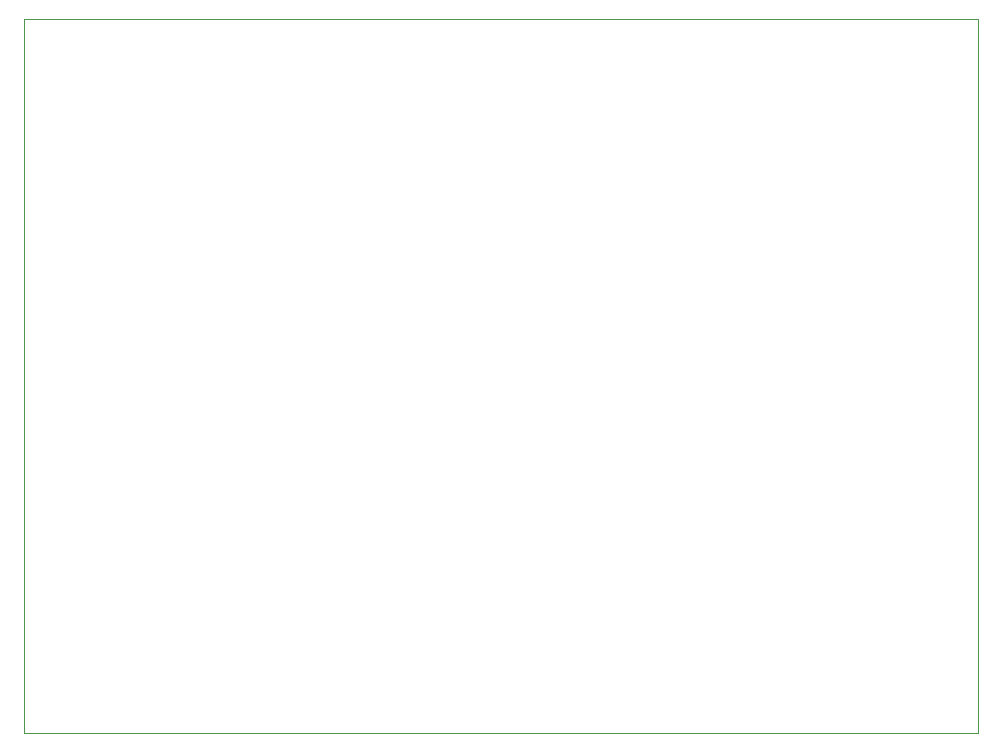
<source format=gbr>
G04 #@! TF.FileFunction,Profile,NP*
%FSLAX46Y46*%
G04 Gerber Fmt 4.6, Leading zero omitted, Abs format (unit mm)*
G04 Created by KiCad (PCBNEW 4.0.1-stable) date 18. 2. 2016 10:32:21*
%MOMM*%
G01*
G04 APERTURE LIST*
%ADD10C,0.300000*%
%ADD11C,0.100000*%
G04 APERTURE END LIST*
D10*
D11*
X254000Y254000D02*
X254000Y60706000D01*
X254000Y60706000D02*
X81026000Y60706000D01*
X81026000Y254000D02*
X81026000Y60706000D01*
X254000Y254000D02*
X81026000Y254000D01*
M02*

</source>
